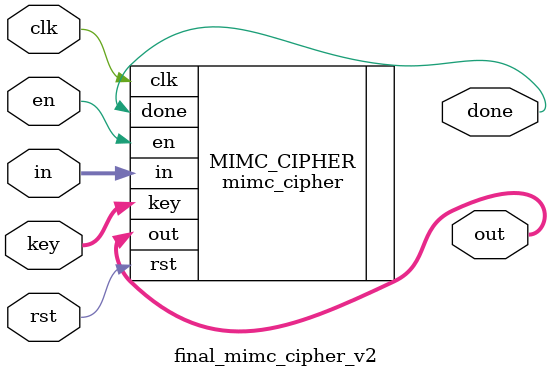
<source format=v>



module final_mimc_cipher_v2 #(
	parameter N_BITS = 254
) (
	input clk,
	input rst,
	input en,
	input  [N_BITS-1:0] in,
	input  [N_BITS-1:0] key,
	output [N_BITS-1:0] out,
	output done
);

mimc_cipher #(
	.N_BITS(N_BITS),
	.GALOIS_MULT_METHOD("peasant"),
	.GALOIS_POW_7_METHOD("parallel"),
	.MIMC_CIPHER_ROUND_METHOD("v2")
) MIMC_CIPHER (
	.clk(clk),
	.rst(rst),
	.en(en),
	.in(in),
	.key(key),
	.out(out),
	.done(done)
);

endmodule

</source>
